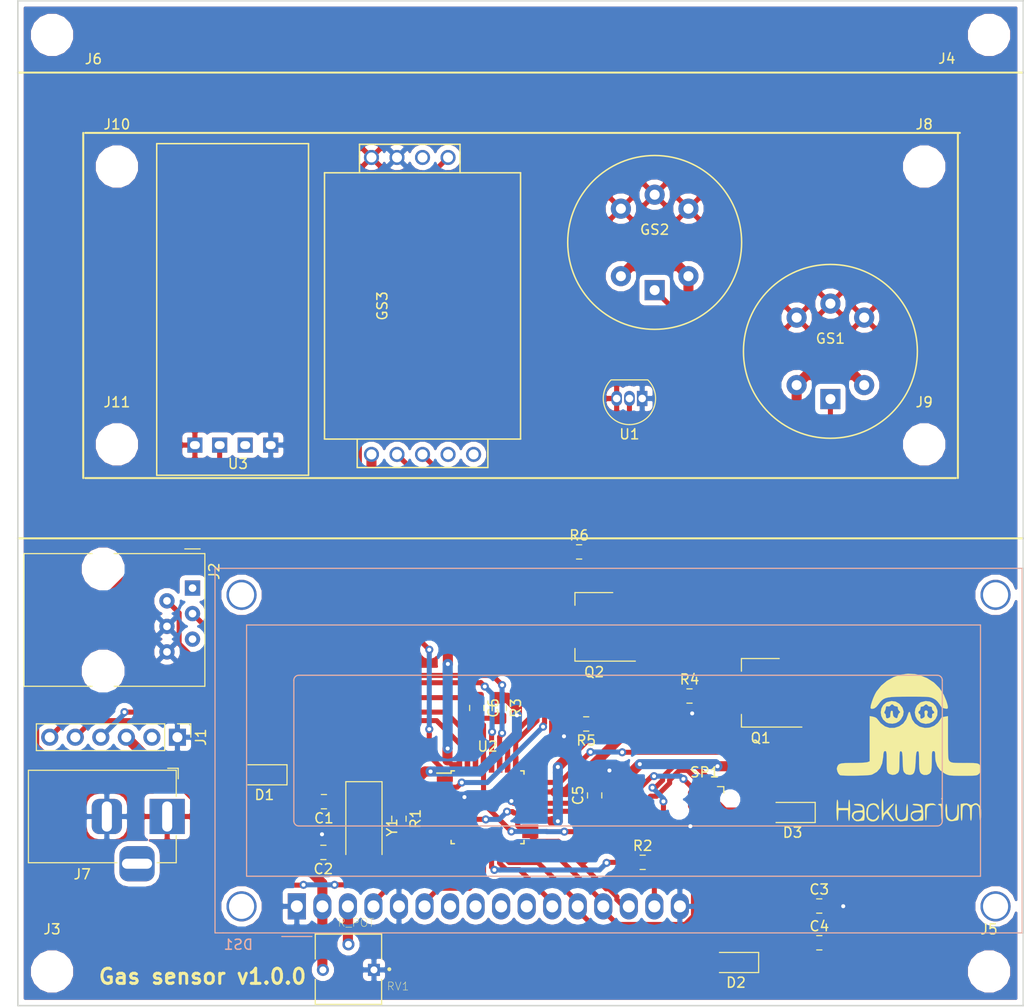
<source format=kicad_pcb>
(kicad_pcb (version 20171130) (host pcbnew "(5.0.1-3-g963ef8bb5)")
  (layers (0 F.Cu signal) (31 B.Cu signal) (34 B.Paste user) (35 F.Paste user) (36 B.SilkS user) (37 F.SilkS user) (38 B.Mask user) (39 F.Mask user) (44 Edge.Cuts user))
  (net 0 "")
  (net 1 GND)
  (net 2 /DTR)
  (net 3 /RESET)
  (net 4 /XTAL1)
  (net 5 /XTAL2)
  (net 6 /VCC-FTDI)
  (net 7 +5V)
  (net 8 /VCC-ICSP)
  (net 9 /LCD1)
  (net 10 /SDA)
  (net 11 /SCL)
  (net 12 /Sensor1)
  (net 13 /Sensor3)
  (net 14 /TEMP)
  (net 15 /RX)
  (net 16 /TX)
  (net 17 /TX_MH-Z19)
  (net 18 VCC)
  (net 19 /PWM_MH-Z19)
  (net 20 /RX_MH-Z19)
  (net 21 /HUM)
  (net 22 "Net-(GS1-Pad6)")
  (net 23 /Sensor2)
  (net 24 /Sensor1_ON)
  (net 25 /Sensor2_ON)
  (net 26 /LCD_E)
  (net 27 /LCD_RS)
  (net 28 "Net-(DS1-Pad15)")
  (net 29 /LCD_LED)
  (net 30 "Net-(GS2-Pad6)")
  (net 31 /LCD2_MOSI)
  (net 32 /LCD4_SCK)
  (net 33 /LCD3_MISO)
  (net 34 "Net-(DS1-Pad3)")
  (module footprints:DHT22_HOR (layer F.Cu) (at 72.61 94.22)
    (fp_text reference U3 (at -0.72 1.86) (layer F.SilkS))
    (fp_text value DHT22)
    (pad 4 thru_hole rect (at 2.54 0) (size 1.5 1.5) (drill oval 1 0.8) (layers *.Cu *.Mask) (net 1 GND))
    (pad 3 thru_hole rect (at 0 0) (size 1.5 1.5) (drill oval 1 0.8) (layers *.Cu *.Mask))
    (pad 2 thru_hole rect (at -2.54 0) (size 1.5 1.5) (drill oval 1 0.8) (layers *.Cu *.Mask) (net 21 /HUM))
    (pad 1 thru_hole rect (at -5 0) (size 1.5 1.5) (drill oval 1 0.8) (layers *.Cu *.Mask) (net 7 +5V))
  )
  (module footprints:MH-Z19 (layer F.Cu) (at 90.25 80.37 270)
    (fp_text reference GS3 (at 0 4 270) (layer F.SilkS))
    (fp_text value MH-Z19)
    (pad 9 thru_hole circle (at -14.775 -2.54 270) (size 1.5 1.5) (drill 1) (layers *.Cu *.Mask) (net 19 /PWM_MH-Z19))
    (pad 8 thru_hole circle (at -14.775 0 270) (size 1.5 1.5) (drill 1) (layers *.Cu *.Mask))
    (pad 7 thru_hole circle (at -14.775 2.54 270) (size 1.5 1.5) (drill 1) (layers *.Cu *.Mask) (net 1 GND))
    (pad 1 thru_hole circle (at 14.775 5.08 270) (size 1.5 1.5) (drill 1) (layers *.Cu *.Mask) (net 13 /Sensor3))
    (pad 2 thru_hole circle (at 14.775 2.54 270) (size 1.5 1.5) (drill 1) (layers *.Cu *.Mask) (net 17 /TX_MH-Z19))
    (pad 3 thru_hole circle (at 14.775 0 270) (size 1.5 1.5) (drill 1) (layers *.Cu *.Mask) (net 20 /RX_MH-Z19))
    (pad 4 thru_hole circle (at 14.775 -2.54 270) (size 1.5 1.5) (drill 1) (layers *.Cu *.Mask))
    (pad 5 thru_hole circle (at 14.775 -5.08 270) (size 1.5 1.5) (drill 1) (layers *.Cu *.Mask))
    (pad 6 thru_hole circle (at -14.775 5.08 270) (size 1.5 1.5) (drill 1) (layers *.Cu *.Mask) (net 7 +5V))
  )
  (module Package_TO_SOT_THT:TO-92_Inline (layer F.Cu) (at 112.1 89.58 180)
    (fp_text reference U1 (at 1.27 -3.56 180) (layer F.SilkS))
    (fp_text value DS18B20)
    (pad 1 thru_hole rect (at 0 0 180) (size 1.05 1.5) (drill 0.75) (layers *.Cu *.Mask) (net 1 GND))
    (pad 3 thru_hole oval (at 2.54 0 180) (size 1.05 1.5) (drill 0.75) (layers *.Cu *.Mask) (net 7 +5V))
    (pad 2 thru_hole oval (at 1.27 0 180) (size 1.05 1.5) (drill 0.75) (layers *.Cu *.Mask) (net 14 /TEMP))
  )
  (module Capacitor_SMD:C_0805_2012Metric_Pad1.15x1.40mm_HandSolder (layer F.Cu) (at 80.386257 134.754602 180)
    (fp_text reference C2 (at 0 -1.65 180) (layer F.SilkS))
    (fp_text value 18pF)
    (pad 2 smd roundrect (at 1.025 0 180) (size 1.15 1.4) (layers F.Cu F.Paste F.Mask) (roundrect_rratio 0.217391) (net 1 GND))
    (pad 1 smd roundrect (at -1.025 0 180) (size 1.15 1.4) (layers F.Cu F.Paste F.Mask) (roundrect_rratio 0.217391) (net 5 /XTAL2))
  )
  (module Capacitor_SMD:C_0805_2012Metric_Pad1.15x1.40mm_HandSolder (layer F.Cu) (at 129.711839 140.08786)
    (fp_text reference C3 (at 0 -1.65) (layer F.SilkS))
    (fp_text value 10u)
    (pad 2 smd roundrect (at 1.025 0) (size 1.15 1.4) (layers F.Cu F.Paste F.Mask) (roundrect_rratio 0.217391) (net 1 GND))
    (pad 1 smd roundrect (at -1.025 0) (size 1.15 1.4) (layers F.Cu F.Paste F.Mask) (roundrect_rratio 0.217391) (net 18 VCC))
  )
  (module Capacitor_SMD:C_0805_2012Metric_Pad1.15x1.40mm_HandSolder (layer F.Cu) (at 129.716839 143.74786)
    (fp_text reference C4 (at 0 -1.65) (layer F.SilkS))
    (fp_text value 100nF)
    (pad 2 smd roundrect (at 1.025 0) (size 1.15 1.4) (layers F.Cu F.Paste F.Mask) (roundrect_rratio 0.217391) (net 1 GND))
    (pad 1 smd roundrect (at -1.025 0) (size 1.15 1.4) (layers F.Cu F.Paste F.Mask) (roundrect_rratio 0.217391) (net 18 VCC))
  )
  (module Capacitor_SMD:C_0805_2012Metric_Pad1.15x1.40mm_HandSolder (layer F.Cu) (at 95.645609 120.378281 270)
    (fp_text reference C6 (at 0 -1.65 270) (layer F.SilkS))
    (fp_text value 100nF)
    (pad 2 smd roundrect (at 1.025 0 270) (size 1.15 1.4) (layers F.Cu F.Paste F.Mask) (roundrect_rratio 0.217391) (net 3 /RESET))
    (pad 1 smd roundrect (at -1.025 0 270) (size 1.15 1.4) (layers F.Cu F.Paste F.Mask) (roundrect_rratio 0.217391) (net 2 /DTR))
  )
  (module Diode_SMD:D_SOD-123 (layer F.Cu) (at 74.52 127.03 180)
    (fp_text reference D1 (at 0 -2 180) (layer F.SilkS))
    (fp_text value D_Schottky)
    (pad 2 smd rect (at 1.65 0 180) (size 0.9 1.2) (layers F.Cu F.Paste F.Mask) (net 6 /VCC-FTDI))
    (pad 1 smd rect (at -1.65 0 180) (size 0.9 1.2) (layers F.Cu F.Paste F.Mask) (net 18 VCC))
  )
  (module Diode_SMD:D_SOD-123 (layer F.Cu) (at 121.43 145.71 180)
    (fp_text reference D2 (at 0 -2 180) (layer F.SilkS))
    (fp_text value D_Schottky)
    (pad 2 smd rect (at 1.65 0 180) (size 0.9 1.2) (layers F.Cu F.Paste F.Mask) (net 7 +5V))
    (pad 1 smd rect (at -1.65 0 180) (size 0.9 1.2) (layers F.Cu F.Paste F.Mask) (net 18 VCC))
  )
  (module Diode_SMD:D_SOD-123 (layer F.Cu) (at 127.058674 130.780878 180)
    (fp_text reference D3 (at 0 -2 180) (layer F.SilkS))
    (fp_text value D_Schottky)
    (pad 2 smd rect (at 1.65 0 180) (size 0.9 1.2) (layers F.Cu F.Paste F.Mask) (net 8 /VCC-ICSP))
    (pad 1 smd rect (at -1.65 0 180) (size 0.9 1.2) (layers F.Cu F.Paste F.Mask) (net 18 VCC))
  )
  (module Display:WC1602A (layer B.Cu) (at 77.747934 140.122755)
    (fp_text reference DS1 (at -5.82 3.81) (layer B.SilkS) (effects (justify mirror)))
    (fp_text value WC1602A)
    (pad "" thru_hole circle (at 69.5 0) (size 3 3) (drill 2.5) (layers *.Cu *.Mask))
    (pad "" thru_hole circle (at 69.49948 -31.0007) (size 3 3) (drill 2.5) (layers *.Cu *.Mask))
    (pad "" thru_hole circle (at -5.4991 -31.0007) (size 3 3) (drill 2.5) (layers *.Cu *.Mask))
    (pad "" thru_hole circle (at -5.4991 0) (size 3 3) (drill 2.5) (layers *.Cu *.Mask))
    (pad 16 thru_hole oval (at 38.1 0) (size 1.8 2.6) (drill 1.2) (layers *.Cu *.Mask) (net 1 GND))
    (pad 15 thru_hole oval (at 35.56 0) (size 1.8 2.6) (drill 1.2) (layers *.Cu *.Mask) (net 28 "Net-(DS1-Pad15)"))
    (pad 14 thru_hole oval (at 33.02 0) (size 1.8 2.6) (drill 1.2) (layers *.Cu *.Mask) (net 32 /LCD4_SCK))
    (pad 13 thru_hole oval (at 30.48 0) (size 1.8 2.6) (drill 1.2) (layers *.Cu *.Mask) (net 33 /LCD3_MISO))
    (pad 12 thru_hole oval (at 27.94 0) (size 1.8 2.6) (drill 1.2) (layers *.Cu *.Mask) (net 31 /LCD2_MOSI))
    (pad 11 thru_hole oval (at 25.4 0) (size 1.8 2.6) (drill 1.2) (layers *.Cu *.Mask) (net 9 /LCD1))
    (pad 10 thru_hole oval (at 22.86 0) (size 1.8 2.6) (drill 1.2) (layers *.Cu *.Mask))
    (pad 9 thru_hole oval (at 20.32 0) (size 1.8 2.6) (drill 1.2) (layers *.Cu *.Mask))
    (pad 8 thru_hole oval (at 17.78 0) (size 1.8 2.6) (drill 1.2) (layers *.Cu *.Mask))
    (pad 7 thru_hole oval (at 15.24 0) (size 1.8 2.6) (drill 1.2) (layers *.Cu *.Mask))
    (pad 6 thru_hole oval (at 12.7 0) (size 1.8 2.6) (drill 1.2) (layers *.Cu *.Mask) (net 26 /LCD_E))
    (pad 5 thru_hole oval (at 10.16 0) (size 1.8 2.6) (drill 1.2) (layers *.Cu *.Mask) (net 1 GND))
    (pad 4 thru_hole oval (at 7.62 0) (size 1.8 2.6) (drill 1.2) (layers *.Cu *.Mask) (net 27 /LCD_RS))
    (pad 3 thru_hole oval (at 5.08 0) (size 1.8 2.6) (drill 1.2) (layers *.Cu *.Mask) (net 34 "Net-(DS1-Pad3)"))
    (pad 2 thru_hole oval (at 2.54 0) (size 1.8 2.6) (drill 1.2) (layers *.Cu *.Mask) (net 18 VCC))
    (pad 1 thru_hole rect (at 0 0) (size 1.8 2.6) (drill 1.2) (layers *.Cu *.Mask) (net 1 GND))
  )
  (module Resistor_SMD:R_0805_2012Metric_Pad1.15x1.40mm_HandSolder (layer F.Cu) (at 87.901257 131.399602 270)
    (fp_text reference R1 (at 0 -1.65 270) (layer F.SilkS))
    (fp_text value 1M)
    (pad 2 smd roundrect (at 1.025 0 270) (size 1.15 1.4) (layers F.Cu F.Paste F.Mask) (roundrect_rratio 0.217391) (net 5 /XTAL2))
    (pad 1 smd roundrect (at -1.025 0 270) (size 1.15 1.4) (layers F.Cu F.Paste F.Mask) (roundrect_rratio 0.217391) (net 4 /XTAL1))
  )
  (module Resistor_SMD:R_0805_2012Metric_Pad1.15x1.40mm_HandSolder (layer F.Cu) (at 112.147934 135.742755)
    (fp_text reference R2 (at 0 -1.65) (layer F.SilkS))
    (fp_text value 4,7)
    (pad 2 smd roundrect (at 1.025 0) (size 1.15 1.4) (layers F.Cu F.Paste F.Mask) (roundrect_rratio 0.217391) (net 28 "Net-(DS1-Pad15)"))
    (pad 1 smd roundrect (at -1.025 0) (size 1.15 1.4) (layers F.Cu F.Paste F.Mask) (roundrect_rratio 0.217391) (net 29 /LCD_LED))
  )
  (module Resistor_SMD:R_0805_2012Metric_Pad1.15x1.40mm_HandSolder (layer F.Cu) (at 97.885609 120.388281 270)
    (fp_text reference R3 (at 0 -1.65 270) (layer F.SilkS))
    (fp_text value 10k)
    (pad 2 smd roundrect (at 1.025 0 270) (size 1.15 1.4) (layers F.Cu F.Paste F.Mask) (roundrect_rratio 0.217391) (net 3 /RESET))
    (pad 1 smd roundrect (at -1.025 0 270) (size 1.15 1.4) (layers F.Cu F.Paste F.Mask) (roundrect_rratio 0.217391) (net 18 VCC))
  )
  (module Resistor_SMD:R_0805_2012Metric_Pad1.15x1.40mm_HandSolder (layer F.Cu) (at 116.805 119.19)
    (fp_text reference R4 (at 0 -1.65) (layer F.SilkS))
    (fp_text value 4.7k)
    (pad 2 smd roundrect (at 1.025 0) (size 1.15 1.4) (layers F.Cu F.Paste F.Mask) (roundrect_rratio 0.217391) (net 1 GND))
    (pad 1 smd roundrect (at -1.025 0) (size 1.15 1.4) (layers F.Cu F.Paste F.Mask) (roundrect_rratio 0.217391) (net 12 /Sensor1))
  )
  (module Package_TO_SOT_SMD:SOT-223-3_TabPin2 (layer F.Cu) (at 123.88 118.87 180)
    (fp_text reference Q1 (at 0 -4.5 180) (layer F.SilkS))
    (fp_text value BSP75)
    (pad 1 smd rect (at -3.15 -2.3 180) (size 2 1.5) (layers F.Cu F.Paste F.Mask) (net 24 /Sensor1_ON))
    (pad 3 smd rect (at -3.15 2.3 180) (size 2 1.5) (layers F.Cu F.Paste F.Mask) (net 22 "Net-(GS1-Pad6)"))
    (pad 2 smd rect (at -3.15 0 180) (size 2 1.5) (layers F.Cu F.Paste F.Mask) (net 1 GND))
    (pad 2 smd rect (at 3.15 0 180) (size 2 3.8) (layers F.Cu F.Paste F.Mask) (net 1 GND))
  )
  (module Package_TO_SOT_SMD:SOT-223-3_TabPin2 (layer F.Cu) (at 107.32 112.31 180)
    (fp_text reference Q2 (at 0 -4.5 180) (layer F.SilkS))
    (fp_text value BSP75)
    (pad 1 smd rect (at -3.15 -2.3 180) (size 2 1.5) (layers F.Cu F.Paste F.Mask) (net 25 /Sensor2_ON))
    (pad 3 smd rect (at -3.15 2.3 180) (size 2 1.5) (layers F.Cu F.Paste F.Mask) (net 30 "Net-(GS2-Pad6)"))
    (pad 2 smd rect (at -3.15 0 180) (size 2 1.5) (layers F.Cu F.Paste F.Mask) (net 1 GND))
    (pad 2 smd rect (at 3.15 0 180) (size 2 3.8) (layers F.Cu F.Paste F.Mask) (net 1 GND))
  )
  (module Capacitor_SMD:C_0805_2012Metric_Pad1.15x1.40mm_HandSolder (layer F.Cu) (at 80.441257 129.704602 180)
    (fp_text reference C1 (at 0 -1.65 180) (layer F.SilkS))
    (fp_text value 18pF)
    (pad 2 smd roundrect (at 1.025 0 180) (size 1.15 1.4) (layers F.Cu F.Paste F.Mask) (roundrect_rratio 0.217391) (net 1 GND))
    (pad 1 smd roundrect (at -1.025 0 180) (size 1.15 1.4) (layers F.Cu F.Paste F.Mask) (roundrect_rratio 0.217391) (net 4 /XTAL1))
  )
  (module MountingHole:MountingHole_3.2mm_M3 (layer F.Cu) (at 146.6 53.4)
    (fp_text reference J4 (at -4.2 2.36) (layer F.SilkS))
    (fp_text value hole)
    (pad 1 np_thru_hole circle (at 0 0) (size 3.2 3.2) (drill 3.2) (layers *.Cu *.Mask))
  )
  (module MountingHole:MountingHole_3.2mm_M3 (layer F.Cu) (at 146.6 146.6)
    (fp_text reference J5 (at 0 -4.2) (layer F.SilkS))
    (fp_text value hole)
    (pad 1 np_thru_hole circle (at 0 0) (size 3.2 3.2) (drill 3.2) (layers *.Cu *.Mask))
  )
  (module MountingHole:MountingHole_3.2mm_M3 (layer F.Cu) (at 53.4 53.4)
    (fp_text reference J6 (at 4.11 2.4) (layer F.SilkS))
    (fp_text value hole)
    (pad 1 np_thru_hole circle (at 0 0) (size 3.2 3.2) (drill 3.2) (layers *.Cu *.Mask))
  )
  (module Crystal:Crystal_SMD_5032-2Pin_5.0x3.2mm_HandSoldering (layer F.Cu) (at 84.421257 132.264602 270)
    (fp_text reference Y1 (at 0 -2.8 270) (layer F.SilkS))
    (fp_text value 8MHz)
    (pad 2 smd rect (at 2.6 0 270) (size 3.5 2.4) (layers F.Cu F.Paste F.Mask) (net 5 /XTAL2))
    (pad 1 smd rect (at -2.6 0 270) (size 3.5 2.4) (layers F.Cu F.Paste F.Mask) (net 4 /XTAL1))
  )
  (module Capacitor_SMD:C_0805_2012Metric_Pad1.15x1.40mm_HandSolder (layer F.Cu) (at 107.37 129.08 90)
    (fp_text reference C5 (at 0 -1.65 90) (layer F.SilkS))
    (fp_text value 100nF)
    (pad 2 smd roundrect (at 1.025 0 90) (size 1.15 1.4) (layers F.Cu F.Paste F.Mask) (roundrect_rratio 0.217391) (net 1 GND))
    (pad 1 smd roundrect (at -1.025 0 90) (size 1.15 1.4) (layers F.Cu F.Paste F.Mask) (roundrect_rratio 0.217391) (net 18 VCC))
  )
  (module Connector_PinHeader_2.54mm:PinHeader_1x06_P2.54mm_Vertical (layer F.Cu) (at 65.87 123.29 270)
    (fp_text reference J1 (at 0 -2.33 270) (layer F.SilkS))
    (fp_text value "Conn FT232RL")
    (pad 6 thru_hole oval (at 0 12.7 270) (size 1.7 1.7) (drill 1) (layers *.Cu *.Mask) (net 2 /DTR))
    (pad 5 thru_hole oval (at 0 10.16 270) (size 1.7 1.7) (drill 1) (layers *.Cu *.Mask) (net 16 /TX))
    (pad 4 thru_hole oval (at 0 7.62 270) (size 1.7 1.7) (drill 1) (layers *.Cu *.Mask) (net 15 /RX))
    (pad 3 thru_hole oval (at 0 5.08 270) (size 1.7 1.7) (drill 1) (layers *.Cu *.Mask) (net 6 /VCC-FTDI))
    (pad 2 thru_hole oval (at 0 2.54 270) (size 1.7 1.7) (drill 1) (layers *.Cu *.Mask))
    (pad 1 thru_hole rect (at 0 0 270) (size 1.7 1.7) (drill 1) (layers *.Cu *.Mask) (net 1 GND))
  )
  (module Connector_RJ:RJ12_Amphenol_54601 (layer F.Cu) (at 67.37 108.45 270)
    (fp_text reference J2 (at -1.67 -2.16 270) (layer F.SilkS))
    (fp_text value RJ12)
    (pad 1 thru_hole rect (at 0 0 270) (size 1.52 1.52) (drill 0.76) (layers *.Cu *.Mask))
    (pad "" np_thru_hole circle (at -1.91 8.89 270) (size 3.25 3.25) (drill 3.25) (layers *.Cu *.Mask))
    (pad 2 thru_hole circle (at 1.27 2.54 270) (size 1.52 1.52) (drill 0.76) (layers *.Cu *.Mask) (net 11 /SCL))
    (pad 3 thru_hole circle (at 2.54 0 270) (size 1.52 1.52) (drill 0.76) (layers *.Cu *.Mask) (net 10 /SDA))
    (pad 4 thru_hole circle (at 3.81 2.54 270) (size 1.52 1.52) (drill 0.76) (layers *.Cu *.Mask) (net 1 GND))
    (pad 5 thru_hole circle (at 5.08 0 270) (size 1.52 1.52) (drill 0.76) (layers *.Cu *.Mask))
    (pad 6 thru_hole circle (at 6.35 2.54 270) (size 1.52 1.52) (drill 0.76) (layers *.Cu *.Mask) (net 1 GND))
    (pad "" np_thru_hole circle (at 8.25 8.89 270) (size 3.25 3.25) (drill 3.25) (layers *.Cu *.Mask))
  )
  (module MountingHole:MountingHole_3.2mm_M3 (layer F.Cu) (at 53.4 146.6)
    (fp_text reference J3 (at 0 -4.2) (layer F.SilkS))
    (fp_text value hole)
    (pad 1 np_thru_hole circle (at 0 0) (size 3.2 3.2) (drill 3.2) (layers *.Cu *.Mask))
  )
  (module Connector_BarrelJack:BarrelJack_Horizontal (layer F.Cu) (at 64.85 131.18)
    (fp_text reference J7 (at -8.45 5.75) (layer F.SilkS))
    (fp_text value 5V_Power_source)
    (pad 3 thru_hole roundrect (at -3 4.7) (size 3.5 3.5) (drill oval 3 1) (layers *.Cu *.Mask))
    (pad 2 thru_hole roundrect (at -6 0) (size 3 3.5) (drill oval 1 3) (layers *.Cu *.Mask) (net 1 GND))
    (pad 1 thru_hole rect (at 0 0) (size 3.5 3.5) (drill oval 1 3) (layers *.Cu *.Mask) (net 7 +5V))
  )
  (module Resistor_SMD:R_0805_2012Metric_Pad1.15x1.40mm_HandSolder (layer F.Cu) (at 106.53 121.97 180)
    (fp_text reference R5 (at 0 -1.65 180) (layer F.SilkS))
    (fp_text value 10k)
    (pad 2 smd roundrect (at 1.025 0 180) (size 1.15 1.4) (layers F.Cu F.Paste F.Mask) (roundrect_rratio 0.217391) (net 1 GND))
    (pad 1 smd roundrect (at -1.025 0 180) (size 1.15 1.4) (layers F.Cu F.Paste F.Mask) (roundrect_rratio 0.217391) (net 23 /Sensor2))
  )
  (module Package_QFP:TQFP-32_7x7mm_P0.8mm (layer F.Cu) (at 96.717934 130.262755)
    (fp_text reference U2 (at 0 -6.05) (layer F.SilkS))
    (fp_text value ATmega328P-AU)
    (pad 32 smd rect (at -2.8 -4.25 90) (size 1.6 0.55) (layers F.Cu F.Paste F.Mask) (net 13 /Sensor3))
    (pad 31 smd rect (at -2 -4.25 90) (size 1.6 0.55) (layers F.Cu F.Paste F.Mask) (net 16 /TX))
    (pad 30 smd rect (at -1.2 -4.25 90) (size 1.6 0.55) (layers F.Cu F.Paste F.Mask) (net 15 /RX))
    (pad 29 smd rect (at -0.4 -4.25 90) (size 1.6 0.55) (layers F.Cu F.Paste F.Mask) (net 3 /RESET))
    (pad 28 smd rect (at 0.4 -4.25 90) (size 1.6 0.55) (layers F.Cu F.Paste F.Mask) (net 11 /SCL))
    (pad 27 smd rect (at 1.2 -4.25 90) (size 1.6 0.55) (layers F.Cu F.Paste F.Mask) (net 10 /SDA))
    (pad 26 smd rect (at 2 -4.25 90) (size 1.6 0.55) (layers F.Cu F.Paste F.Mask) (net 17 /TX_MH-Z19))
    (pad 25 smd rect (at 2.8 -4.25 90) (size 1.6 0.55) (layers F.Cu F.Paste F.Mask) (net 20 /RX_MH-Z19))
    (pad 24 smd rect (at 4.25 -2.8) (size 1.6 0.55) (layers F.Cu F.Paste F.Mask) (net 25 /Sensor2_ON))
    (pad 23 smd rect (at 4.25 -2) (size 1.6 0.55) (layers F.Cu F.Paste F.Mask) (net 24 /Sensor1_ON))
    (pad 22 smd rect (at 4.25 -1.2) (size 1.6 0.55) (layers F.Cu F.Paste F.Mask) (net 12 /Sensor1))
    (pad 21 smd rect (at 4.25 -0.4) (size 1.6 0.55) (layers F.Cu F.Paste F.Mask) (net 1 GND))
    (pad 20 smd rect (at 4.25 0.4) (size 1.6 0.55) (layers F.Cu F.Paste F.Mask) (net 18 VCC))
    (pad 19 smd rect (at 4.25 1.2) (size 1.6 0.55) (layers F.Cu F.Paste F.Mask) (net 23 /Sensor2))
    (pad 18 smd rect (at 4.25 2) (size 1.6 0.55) (layers F.Cu F.Paste F.Mask) (net 18 VCC))
    (pad 17 smd rect (at 4.25 2.8) (size 1.6 0.55) (layers F.Cu F.Paste F.Mask) (net 32 /LCD4_SCK))
    (pad 16 smd rect (at 2.8 4.25 90) (size 1.6 0.55) (layers F.Cu F.Paste F.Mask) (net 33 /LCD3_MISO))
    (pad 15 smd rect (at 2 4.25 90) (size 1.6 0.55) (layers F.Cu F.Paste F.Mask) (net 31 /LCD2_MOSI))
    (pad 14 smd rect (at 1.2 4.25 90) (size 1.6 0.55) (layers F.Cu F.Paste F.Mask) (net 9 /LCD1))
    (pad 13 smd rect (at 0.4 4.25 90) (size 1.6 0.55) (layers F.Cu F.Paste F.Mask) (net 29 /LCD_LED))
    (pad 12 smd rect (at -0.4 4.25 90) (size 1.6 0.55) (layers F.Cu F.Paste F.Mask) (net 26 /LCD_E))
    (pad 11 smd rect (at -1.2 4.25 90) (size 1.6 0.55) (layers F.Cu F.Paste F.Mask))
    (pad 10 smd rect (at -2 4.25 90) (size 1.6 0.55) (layers F.Cu F.Paste F.Mask) (net 27 /LCD_RS))
    (pad 9 smd rect (at -2.8 4.25 90) (size 1.6 0.55) (layers F.Cu F.Paste F.Mask) (net 21 /HUM))
    (pad 8 smd rect (at -4.25 2.8) (size 1.6 0.55) (layers F.Cu F.Paste F.Mask) (net 5 /XTAL2))
    (pad 7 smd rect (at -4.25 2) (size 1.6 0.55) (layers F.Cu F.Paste F.Mask) (net 4 /XTAL1))
    (pad 6 smd rect (at -4.25 1.2) (size 1.6 0.55) (layers F.Cu F.Paste F.Mask) (net 18 VCC))
    (pad 5 smd rect (at -4.25 0.4) (size 1.6 0.55) (layers F.Cu F.Paste F.Mask) (net 1 GND))
    (pad 4 smd rect (at -4.25 -0.4) (size 1.6 0.55) (layers F.Cu F.Paste F.Mask) (net 18 VCC))
    (pad 3 smd rect (at -4.25 -1.2) (size 1.6 0.55) (layers F.Cu F.Paste F.Mask) (net 1 GND))
    (pad 2 smd rect (at -4.25 -2) (size 1.6 0.55) (layers F.Cu F.Paste F.Mask) (net 14 /TEMP))
    (pad 1 smd rect (at -4.25 -2.8) (size 1.6 0.55) (layers F.Cu F.Paste F.Mask) (net 19 /PWM_MH-Z19))
  )
  (module MountingHole:MountingHole_3.2mm_M3 (layer F.Cu) (at 140.15 66.5)
    (fp_text reference J8 (at 0 -4.2) (layer F.SilkS))
    (fp_text value hole)
    (pad 1 np_thru_hole circle (at 0 0) (size 3.2 3.2) (drill 3.2) (layers *.Cu *.Mask))
  )
  (module MountingHole:MountingHole_3.2mm_M3 (layer F.Cu) (at 140.15 94.15)
    (fp_text reference J9 (at 0 -4.2) (layer F.SilkS))
    (fp_text value hole)
    (pad 1 np_thru_hole circle (at 0 0) (size 3.2 3.2) (drill 3.2) (layers *.Cu *.Mask))
  )
  (module MountingHole:MountingHole_3.2mm_M3 (layer F.Cu) (at 59.85 66.5)
    (fp_text reference J10 (at 0 -4.2) (layer F.SilkS))
    (fp_text value hole)
    (pad 1 np_thru_hole circle (at 0 0) (size 3.2 3.2) (drill 3.2) (layers *.Cu *.Mask))
  )
  (module MountingHole:MountingHole_3.2mm_M3 (layer F.Cu) (at 59.85 94.15)
    (fp_text reference J11 (at 0 -4.2) (layer F.SilkS))
    (fp_text value hole)
    (pad 1 np_thru_hole circle (at 0 0) (size 3.2 3.2) (drill 3.2) (layers *.Cu *.Mask))
  )
  (module footprints:MQ-4 (layer F.Cu) (at 130.82 84.89 180)
    (fp_text reference GS1 (at 0 1.27 180) (layer F.SilkS))
    (fp_text value MQ-4)
    (pad 1 thru_hole circle (at -3.35875 -3.35875 180) (size 2 2) (drill 1) (layers *.Cu *.Mask) (net 12 /Sensor1))
    (pad 6 thru_hole rect (at 0 -4.75 180) (size 2 2) (drill 1) (layers *.Cu *.Mask) (net 22 "Net-(GS1-Pad6)"))
    (pad 2 thru_hole circle (at 3.35875 -3.35875 180) (size 2 2) (drill 1) (layers *.Cu *.Mask) (net 12 /Sensor1))
    (pad 4 thru_hole circle (at 3.35875 3.35875 180) (size 2 2) (drill 1) (layers *.Cu *.Mask) (net 7 +5V))
    (pad 5 thru_hole circle (at 0 4.75 180) (size 2 2) (drill 1) (layers *.Cu *.Mask) (net 7 +5V))
    (pad 3 thru_hole circle (at -3.35875 3.35875 180) (size 2 2) (drill 1) (layers *.Cu *.Mask) (net 7 +5V))
  )
  (module footprints:MQ-8 (layer F.Cu) (at 113.34 74.05 180)
    (fp_text reference GS2 (at 0 1.27 180) (layer F.SilkS))
    (fp_text value MQ-8)
    (pad 1 thru_hole circle (at -3.35875 -3.35875 180) (size 2 2) (drill 1) (layers *.Cu *.Mask) (net 23 /Sensor2))
    (pad 6 thru_hole rect (at 0 -4.75 180) (size 2 2) (drill 1) (layers *.Cu *.Mask) (net 30 "Net-(GS2-Pad6)"))
    (pad 2 thru_hole circle (at 3.35875 -3.35875 180) (size 2 2) (drill 1) (layers *.Cu *.Mask) (net 23 /Sensor2))
    (pad 4 thru_hole circle (at 3.35875 3.35875 180) (size 2 2) (drill 1) (layers *.Cu *.Mask) (net 7 +5V))
    (pad 5 thru_hole circle (at 0 4.75 180) (size 2 2) (drill 1) (layers *.Cu *.Mask) (net 7 +5V))
    (pad 3 thru_hole circle (at -3.35875 3.35875 180) (size 2 2) (drill 1) (layers *.Cu *.Mask) (net 7 +5V))
  )
  (module Connector:Tag-Connect_TC2030-IDC-NL_2x03_P1.27mm_Vertical (layer F.Cu) (at 118.31 129.48 180)
    (fp_text reference SP1 (at 0 2.7 180) (layer F.SilkS))
    (fp_text value ICSP)
    (pad "" np_thru_hole circle (at 2.54 -1.016 180) (size 0.9906 0.9906) (drill 0.9906) (layers *.Cu *.Mask))
    (pad "" np_thru_hole circle (at 2.54 1.016 180) (size 0.9906 0.9906) (drill 0.9906) (layers *.Cu *.Mask))
    (pad "" np_thru_hole circle (at -2.54 0 180) (size 0.9906 0.9906) (drill 0.9906) (layers *.Cu *.Mask))
    (pad 1 connect circle (at -1.27 0.635 180) (size 0.7874 0.7874) (layers F.Cu F.Mask) (net 33 /LCD3_MISO))
    (pad 2 connect circle (at -1.27 -0.635 180) (size 0.7874 0.7874) (layers F.Cu F.Mask) (net 8 /VCC-ICSP))
    (pad 3 connect circle (at 0 0.635 180) (size 0.7874 0.7874) (layers F.Cu F.Mask) (net 32 /LCD4_SCK))
    (pad 4 connect circle (at 0 -0.635 180) (size 0.7874 0.7874) (layers F.Cu F.Mask) (net 31 /LCD2_MOSI))
    (pad 5 connect circle (at 1.27 0.635 180) (size 0.7874 0.7874) (layers F.Cu F.Mask) (net 3 /RESET))
    (pad 6 connect circle (at 1.27 -0.635 180) (size 0.7874 0.7874) (layers F.Cu F.Mask) (net 1 GND))
  )
  (module footprints:hackuarium (layer F.Cu) (at 138.62 124.33)
    (fp_text reference G1 hide)
    (fp_text value LOGO hide)
  )
  (module Resistor_SMD:R_0805_2012Metric_Pad1.15x1.40mm_HandSolder (layer F.Cu) (at 105.825 104.85)
    (fp_text reference R6 (at 0 -1.65) (layer F.SilkS))
    (fp_text value 4,7k)
    (pad 1 smd roundrect (at -1.025 0) (size 1.15 1.4) (layers F.Cu F.Paste F.Mask) (roundrect_rratio 0.217391) (net 7 +5V))
    (pad 2 smd roundrect (at 1.025 0) (size 1.15 1.4) (layers F.Cu F.Paste F.Mask) (roundrect_rratio 0.217391) (net 14 /TEMP))
  )
  (module TRIM_3362R-1-222:TRIM_3362R-1-222 (layer F.Cu) (at 82.88 146.38 180)
    (fp_text reference RV1 (at -4.93 -1.7 180) (layer F.SilkS) (effects (font (size 0.8 0.8) (thickness 0.05))))
    (fp_text value R_POT (at -0.75282 4.62667 180) (layer F.SilkS) (effects (font (size 0.8 0.8) (thickness 0.05))))
    (pad 3 thru_hole circle (at 2.54 -0.065) (size 1.198 1.198) (drill 0.69) (layers *.Cu *.Mask) (net 18 VCC))
    (pad 2 thru_hole circle (at 0 2.475) (size 1.198 1.198) (drill 0.69) (layers *.Cu *.Mask) (net 34 "Net-(DS1-Pad3)"))
    (pad 1 thru_hole rect (at -2.54 -0.065) (size 1.198 1.198) (drill 0.69) (layers *.Cu *.Mask) (net 1 GND))
  )
  (gr_line (start 50 50) (end 150 50) (layer Edge.Cuts) (width 0.15))
  (gr_line (start 50 150) (end 150 150) (layer Edge.Cuts) (width 0.15))
  (gr_line (start 150 50) (end 150 150) (layer Edge.Cuts) (width 0.15))
  (gr_line (start 50 50) (end 50 150) (layer Edge.Cuts) (width 0.15))
  (gr_text "Gas sensor v1.0.0" (at 68.364 147.104) (layer F.SilkS) (effects (font (size 1.5 1.5) (thickness 0.3))))
  (gr_line (start 56.7 63.15) (end 143.7 63.15) (layer F.SilkS) (width 0.2))
  (gr_line (start 143.5 63.15) (end 143.5 97.5) (layer F.SilkS) (width 0.2))
  (gr_line (start 56.7 97.5) (end 143.3 97.5) (layer F.SilkS) (width 0.2))
  (gr_line (start 56.5 63.15) (end 56.5 97.5) (layer F.SilkS) (width 0.2))
  (gr_line (start 150 103.5) (end 50 103.5) (layer F.SilkS) (width 0.2))
  (gr_line (start 50 57.15) (end 150 57.15) (layer F.SilkS) (width 0.2))
  (segment (start 93.552936 130.662755) (end 92.467934 130.662755) (width 0.5) (layer F.Cu) (net 1))
  (segment (start 93.717935 130.497756) (end 93.552936 130.662755) (width 0.5) (layer F.Cu) (net 1))
  (segment (start 93.717935 129.227754) (end 93.717935 130.497756) (width 0.5) (layer F.Cu) (net 1))
  (segment (start 93.552936 129.062755) (end 93.717935 129.227754) (width 0.5) (layer F.Cu) (net 1))
  (segment (start 92.467934 129.062755) (end 93.552936 129.062755) (width 0.5) (layer F.Cu) (net 1))
  (segment (start 79.416257 134.699602) (end 79.361257 134.754602) (width 0.5) (layer F.Cu) (net 1))
  (segment (start 105.562245 129.862755) (end 107.37 128.055) (width 0.5) (layer F.Cu) (net 1))
  (segment (start 100.967934 129.862755) (end 105.562245 129.862755) (width 0.5) (layer F.Cu) (net 1))
  (segment (start 130.741839 140.09286) (end 130.736839 140.08786) (width 1) (layer F.Cu) (net 1))
  (segment (start 130.741839 143.74786) (end 130.741839 140.09286) (width 1) (layer F.Cu) (net 1))
  (segment (start 122.23 118.87) (end 127.03 118.87) (width 0.5) (layer F.Cu) (net 1))
  (segment (start 120.73 118.87) (end 122.23 118.87) (width 0.5) (layer F.Cu) (net 1))
  (segment (start 120.41 119.19) (end 120.73 118.87) (width 0.5) (layer F.Cu) (net 1))
  (segment (start 117.83 119.19) (end 120.41 119.19) (width 0.5) (layer F.Cu) (net 1))
  (via (at 104.32 123.2) (size 0.8) (drill 0.4) (layers F.Cu B.Cu) (net 1))
  (segment (start 105.505 122.015) (end 104.32 123.2) (width 0.5) (layer F.Cu) (net 1))
  (segment (start 105.505 121.97) (end 105.505 122.015) (width 0.5) (layer F.Cu) (net 1))
  (via (at 108.84 126.6) (size 0.8) (drill 0.4) (layers F.Cu B.Cu) (net 1))
  (segment (start 107.385 128.055) (end 108.84 126.6) (width 0.5) (layer F.Cu) (net 1))
  (segment (start 107.37 128.055) (end 107.385 128.055) (width 0.5) (layer F.Cu) (net 1))
  (via (at 80.25 132.95) (size 0.8) (drill 0.4) (layers F.Cu B.Cu) (net 1))
  (segment (start 79.416257 132.95) (end 80.25 132.95) (width 0.5) (layer F.Cu) (net 1))
  (segment (start 79.416257 129.704602) (end 79.416257 132.95) (width 0.5) (layer F.Cu) (net 1))
  (segment (start 79.416257 132.95) (end 79.416257 134.699602) (width 0.5) (layer F.Cu) (net 1))
  (segment (start 117.83 120.16) (end 117.07 120.92) (width 0.5) (layer F.Cu) (net 1))
  (via (at 117.07 120.92) (size 0.8) (drill 0.4) (layers F.Cu B.Cu) (net 1))
  (segment (start 117.83 119.19) (end 117.83 120.16) (width 0.5) (layer F.Cu) (net 1))
  (segment (start 110.72 112.31) (end 110.47 112.31) (width 0.5) (layer F.Cu) (net 1))
  (segment (start 111.97 113.56) (end 110.72 112.31) (width 0.5) (layer F.Cu) (net 1))
  (segment (start 111.97 115.505) (end 111.97 113.56) (width 0.5) (layer F.Cu) (net 1))
  (segment (start 105.505 121.97) (end 111.97 115.505) (width 0.5) (layer F.Cu) (net 1))
  (segment (start 104.17 112.31) (end 110.47 112.31) (width 0.5) (layer F.Cu) (net 1))
  (via (at 116.89 132.15) (size 0.8) (drill 0.4) (layers F.Cu B.Cu) (net 1))
  (segment (start 117.04 132) (end 116.89 132.15) (width 0.5) (layer F.Cu) (net 1))
  (segment (start 117.04 130.115) (end 117.04 132) (width 0.5) (layer F.Cu) (net 1))
  (segment (start 132.074635 140.08786) (end 132.095513 140.108738) (width 0.5) (layer F.Cu) (net 1))
  (via (at 132.095513 140.108738) (size 0.8) (drill 0.4) (layers F.Cu B.Cu) (net 1))
  (segment (start 130.736839 140.08786) (end 132.074635 140.08786) (width 0.5) (layer F.Cu) (net 1))
  (segment (start 94.397754 129.227754) (end 94.42 129.25) (width 0.5) (layer F.Cu) (net 1))
  (via (at 94.42 129.25) (size 0.8) (drill 0.4) (layers F.Cu B.Cu) (net 1))
  (segment (start 93.717935 129.227754) (end 94.397754 129.227754) (width 0.5) (layer F.Cu) (net 1))
  (segment (start 99.312755 129.862755) (end 99.09 129.64) (width 0.5) (layer F.Cu) (net 1))
  (via (at 99.09 129.64) (size 0.8) (drill 0.4) (layers F.Cu B.Cu) (net 1))
  (segment (start 100.967934 129.862755) (end 99.312755 129.862755) (width 0.5) (layer F.Cu) (net 1))
  (segment (start 87.907934 139.722755) (end 87.907934 140.122755) (width 0.5) (layer F.Cu) (net 1))
  (segment (start 87.907934 140.122755) (end 87.907934 139.742066) (width 0.5) (layer F.Cu) (net 1))
  (segment (start 57.106719 119.353281) (end 53.17 123.29) (width 0.5) (layer F.Cu) (net 2))
  (segment (start 95.645609 119.353281) (end 57.106719 119.353281) (width 0.5) (layer F.Cu) (net 2))
  (segment (start 96.317934 122.075606) (end 95.645609 121.403281) (width 0.5) (layer F.Cu) (net 3))
  (segment (start 96.317934 126.012755) (end 96.317934 122.075606) (width 0.5) (layer F.Cu) (net 3))
  (segment (start 97.875609 121.403281) (end 97.885609 121.413281) (width 0.5) (layer F.Cu) (net 3))
  (segment (start 95.645609 121.403281) (end 97.875609 121.403281) (width 0.5) (layer F.Cu) (net 3))
  (via (at 99.08779 132.668212) (size 0.8) (drill 0.4) (layers F.Cu B.Cu) (net 3))
  (segment (start 96.317934 129.898356) (end 99.08779 132.668212) (width 0.5) (layer F.Cu) (net 3))
  (segment (start 96.317934 126.012755) (end 96.317934 129.898356) (width 0.5) (layer F.Cu) (net 3))
  (segment (start 99.08779 132.668212) (end 102.601788 132.668212) (width 0.5) (layer B.Cu) (net 3))
  (via (at 104.35 132.69) (size 0.8) (drill 0.4) (layers F.Cu B.Cu) (net 3))
  (segment (start 102.623576 132.69) (end 104.35 132.69) (width 0.5) (layer B.Cu) (net 3))
  (segment (start 102.601788 132.668212) (end 102.623576 132.69) (width 0.5) (layer B.Cu) (net 3))
  (segment (start 104.35 132.69) (end 107.53993 132.69) (width 0.5) (layer F.Cu) (net 3))
  (segment (start 113.063899 127.166031) (end 113.276031 127.166031) (width 0.5) (layer F.Cu) (net 3))
  (segment (start 107.53993 132.69) (end 113.063899 127.166031) (width 0.5) (layer F.Cu) (net 3))
  (via (at 113.276031 127.166031) (size 0.8) (drill 0.4) (layers F.Cu B.Cu) (net 3))
  (segment (start 117.04 128.280032) (end 116.599999 127.840031) (width 0.5) (layer F.Cu) (net 3))
  (via (at 116.2 127.440032) (size 0.8) (drill 0.4) (layers F.Cu B.Cu) (net 3))
  (segment (start 117.04 128.845) (end 117.04 128.280032) (width 0.5) (layer F.Cu) (net 3))
  (segment (start 113.276031 127.166031) (end 115.925999 127.166031) (width 0.5) (layer B.Cu) (net 3))
  (segment (start 116.599999 127.840031) (end 116.2 127.440032) (width 0.5) (layer F.Cu) (net 3))
  (segment (start 115.925999 127.166031) (end 116.2 127.440032) (width 0.5) (layer B.Cu) (net 3))
  (segment (start 85.131257 130.374602) (end 84.421257 129.664602) (width 0.5) (layer F.Cu) (net 4))
  (segment (start 87.901257 130.374602) (end 85.131257 130.374602) (width 0.5) (layer F.Cu) (net 4))
  (segment (start 81.506257 129.664602) (end 81.466257 129.704602) (width 0.5) (layer F.Cu) (net 4))
  (segment (start 84.421257 129.664602) (end 81.506257 129.664602) (width 0.5) (layer F.Cu) (net 4))
  (segment (start 89.78941 132.262755) (end 87.901257 130.374602) (width 0.5) (layer F.Cu) (net 4))
  (segment (start 92.467934 132.262755) (end 89.78941 132.262755) (width 0.5) (layer F.Cu) (net 4))
  (segment (start 86.861257 132.424602) (end 84.421257 134.864602) (width 0.5) (layer F.Cu) (net 5))
  (segment (start 87.901257 132.424602) (end 86.861257 132.424602) (width 0.5) (layer F.Cu) (net 5))
  (segment (start 81.521257 134.864602) (end 81.411257 134.754602) (width 0.5) (layer F.Cu) (net 5))
  (segment (start 84.421257 134.864602) (end 81.521257 134.864602) (width 0.5) (layer F.Cu) (net 5))
  (segment (start 88.53941 133.062755) (end 87.901257 132.424602) (width 0.5) (layer F.Cu) (net 5))
  (segment (start 92.467934 133.062755) (end 88.53941 133.062755) (width 0.5) (layer F.Cu) (net 5))
  (segment (start 64.53 127.03) (end 60.79 123.29) (width 1) (layer F.Cu) (net 6))
  (segment (start 72.87 127.03) (end 64.53 127.03) (width 1) (layer F.Cu) (net 6))
  (segment (start 108.535 89.58) (end 109.56 89.58) (width 0.5) (layer F.Cu) (net 7))
  (segment (start 104.8 93.315) (end 108.535 89.58) (width 0.5) (layer F.Cu) (net 7))
  (segment (start 104.8 104.85) (end 104.8 93.315) (width 0.5) (layer F.Cu) (net 7))
  (segment (start 120.245878 130.780878) (end 121.529322 130.780878) (width 1) (layer F.Cu) (net 8))
  (segment (start 121.529322 130.780878) (end 125.408674 130.780878) (width 1) (layer F.Cu) (net 8))
  (segment (start 119.58 130.115) (end 120.245878 130.780878) (width 1) (layer F.Cu) (net 8))
  (segment (start 99.887945 136.462766) (end 98.567945 136.462766) (width 0.5) (layer F.Cu) (net 9))
  (segment (start 98.567945 136.462766) (end 97.917934 135.812755) (width 0.5) (layer F.Cu) (net 9))
  (segment (start 103.147934 139.722755) (end 99.887945 136.462766) (width 0.5) (layer F.Cu) (net 9))
  (segment (start 97.917934 135.812755) (end 97.917934 134.512755) (width 0.5) (layer F.Cu) (net 9))
  (segment (start 103.147934 140.122755) (end 103.147934 139.722755) (width 0.5) (layer F.Cu) (net 9))
  (via (at 98.161426 122.873923) (size 0.8) (drill 0.4) (layers F.Cu B.Cu) (net 10))
  (segment (start 98.161426 123.02451) (end 98.161426 122.873923) (width 0.5) (layer F.Cu) (net 10))
  (segment (start 97.917934 123.268002) (end 98.161426 123.02451) (width 0.5) (layer F.Cu) (net 10))
  (segment (start 97.917934 126.012755) (end 97.917934 123.268002) (width 0.5) (layer F.Cu) (net 10))
  (segment (start 98.161426 118.105004) (end 98.165895 118.100535) (width 0.5) (layer B.Cu) (net 10))
  (via (at 98.165895 118.100535) (size 0.8) (drill 0.4) (layers F.Cu B.Cu) (net 10))
  (segment (start 98.161426 122.873923) (end 98.161426 118.105004) (width 0.5) (layer B.Cu) (net 10))
  (segment (start 98.165895 118.100535) (end 98.140535 118.100535) (width 0.5) (layer F.Cu) (net 10))
  (segment (start 68.129999 111.749999) (end 67.37 110.99) (width 0.5) (layer F.Cu) (net 10))
  (segment (start 97.209518 117.144158) (end 73.524158 117.144158) (width 0.5) (layer F.Cu) (net 10))
  (segment (start 73.524158 117.144158) (end 68.129999 111.749999) (width 0.5) (layer F.Cu) (net 10))
  (segment (start 98.165895 118.100535) (end 97.209518 117.144158) (width 0.5) (layer F.Cu) (net 10))
  (via (at 97.167934 122.76) (size 0.8) (drill 0.4) (layers F.Cu B.Cu) (net 11))
  (segment (start 97.117934 122.81) (end 97.167934 122.76) (width 0.5) (layer F.Cu) (net 11))
  (segment (start 97.117934 126.012755) (end 97.117934 122.81) (width 0.5) (layer F.Cu) (net 11))
  (segment (start 96.842068 118.644164) (end 96.442069 118.244165) (width 0.5) (layer B.Cu) (net 11))
  (via (at 96.442069 118.244165) (size 0.8) (drill 0.4) (layers F.Cu B.Cu) (net 11))
  (segment (start 97.167934 122.76) (end 97.167934 118.97003) (width 0.5) (layer B.Cu) (net 11))
  (segment (start 97.167934 118.97003) (end 96.842068 118.644164) (width 0.5) (layer B.Cu) (net 11))
  (segment (start 96.04207 117.844166) (end 96.442069 118.244165) (width 0.5) (layer F.Cu) (net 11))
  (segment (start 96.04207 117.844166) (end 96.016236 117.87) (width 0.5) (layer F.Cu) (net 11))
  (segment (start 65.589999 110.479999) (end 64.83 109.72) (width 0.5) (layer F.Cu) (net 11))
  (segment (start 66.040001 110.930001) (end 65.589999 110.479999) (width 0.5) (layer F.Cu) (net 11))
  (segment (start 66.040001 113.990803) (end 66.040001 110.930001) (width 0.5) (layer F.Cu) (net 11))
  (segment (start 69.919198 117.87) (end 66.040001 113.990803) (width 0.5) (layer F.Cu) (net 11))
  (segment (start 96.016236 117.87) (end 69.919198 117.87) (width 0.5) (layer F.Cu) (net 11))
  (segment (start 102.267934 129.062755) (end 102.590689 128.74) (width 0.5) (layer F.Cu) (net 12))
  (segment (start 102.590689 128.74) (end 103.45 128.74) (width 0.5) (layer F.Cu) (net 12))
  (segment (start 100.967934 129.062755) (end 102.267934 129.062755) (width 0.5) (layer F.Cu) (net 12))
  (segment (start 103.45 128.74) (end 104.53 128.74) (width 1) (layer F.Cu) (net 12))
  (segment (start 114.08 119.19) (end 115.78 119.19) (width 1) (layer F.Cu) (net 12))
  (segment (start 104.53 128.74) (end 114.08 119.19) (width 1) (layer F.Cu) (net 12))
  (segment (start 116.55499 118.41501) (end 116.55499 118.34649) (width 1) (layer F.Cu) (net 12))
  (segment (start 115.78 119.19) (end 116.55499 118.41501) (width 1) (layer F.Cu) (net 12))
  (segment (start 116.55499 118.41501) (end 116.55499 100.85501) (width 1) (layer F.Cu) (net 12))
  (segment (start 127.46125 89.94875) (end 127.46125 88.24875) (width 1) (layer F.Cu) (net 12))
  (segment (start 116.55499 100.85501) (end 127.46125 89.94875) (width 1) (layer F.Cu) (net 12))
  (segment (start 133.178751 87.248751) (end 134.17875 88.24875) (width 1) (layer F.Cu) (net 12))
  (segment (start 128.461249 87.248751) (end 133.178751 87.248751) (width 1) (layer F.Cu) (net 12))
  (segment (start 127.46125 88.24875) (end 128.461249 87.248751) (width 1) (layer F.Cu) (net 12))
  (segment (start 93.142934 126.012755) (end 92.73 125.599821) (width 0.5) (layer F.Cu) (net 13))
  (segment (start 93.917934 126.012755) (end 93.142934 126.012755) (width 0.5) (layer F.Cu) (net 13))
  (via (at 92.75 124.41) (size 0.8) (drill 0.4) (layers F.Cu B.Cu) (net 13))
  (segment (start 92.73 124.43) (end 92.75 124.41) (width 1) (layer F.Cu) (net 13))
  (segment (start 92.73 125.599821) (end 92.73 124.43) (width 1) (layer F.Cu) (net 13))
  (segment (start 92.75 124.41) (end 92.75 116.82) (width 1) (layer B.Cu) (net 13))
  (via (at 92.77 116) (size 0.8) (drill 0.4) (layers F.Cu B.Cu) (net 13))
  (segment (start 92.75 116.02) (end 92.77 116) (width 1) (layer B.Cu) (net 13))
  (segment (start 92.75 116.82) (end 92.75 116.02) (width 1) (layer B.Cu) (net 13))
  (segment (start 85.17 106.19) (end 85.17 95.145) (width 1) (layer F.Cu) (net 13))
  (segment (start 92.77 113.79) (end 85.17 106.19) (width 1) (layer F.Cu) (net 13))
  (segment (start 92.77 116) (end 92.77 113.79) (width 1) (layer F.Cu) (net 13))
  (via (at 94.15 127.8) (size 0.8) (drill 0.4) (layers F.Cu B.Cu) (net 14))
  (segment (start 93.687245 128.262755) (end 94.15 127.8) (width 0.5) (layer F.Cu) (net 14))
  (segment (start 92.467934 128.262755) (end 93.687245 128.262755) (width 0.5) (layer F.Cu) (net 14))
  (via (at 102.23834 122.247073) (size 0.8) (drill 0.4) (layers F.Cu B.Cu) (net 14))
  (segment (start 101.838341 122.647072) (end 102.23834 122.247073) (width 0.5) (layer B.Cu) (net 14))
  (segment (start 94.15 127.8) (end 96.685413 127.8) (width 0.5) (layer B.Cu) (net 14))
  (segment (start 102.340022 122.145391) (end 102.23834 122.247073) (width 0.5) (layer F.Cu) (net 14))
  (segment (start 96.685413 127.8) (end 101.838341 122.647072) (width 0.5) (layer B.Cu) (net 14))
  (segment (start 110.83 101.04) (end 110.83 89.58) (width 0.5) (layer F.Cu) (net 14))
  (segment (start 102.388331 121.884947) (end 102.388331 109.481669) (width 0.5) (layer F.Cu) (net 14))
  (segment (start 102.23834 122.034938) (end 102.388331 121.884947) (width 0.5) (layer F.Cu) (net 14))
  (segment (start 102.23834 122.247073) (end 102.23834 122.034938) (width 0.5) (layer F.Cu) (net 14))
  (segment (start 110.66 101.04) (end 106.85 104.85) (width 0.5) (layer F.Cu) (net 14))
  (segment (start 110.83 101.04) (end 110.66 101.04) (width 0.5) (layer F.Cu) (net 14))
  (segment (start 103.018331 109.481669) (end 102.388331 109.481669) (width 0.5) (layer F.Cu) (net 14))
  (segment (start 106.85 105.65) (end 103.018331 109.481669) (width 0.5) (layer F.Cu) (net 14))
  (segment (start 106.85 104.85) (end 106.85 105.65) (width 0.5) (layer F.Cu) (net 14))
  (segment (start 95.517934 123.777934) (end 92.529994 120.789994) (width 0.5) (layer F.Cu) (net 15))
  (via (at 60.59998 120.789994) (size 0.8) (drill 0.4) (layers F.Cu B.Cu) (net 15))
  (segment (start 92.529994 120.789994) (end 61.165665 120.789994) (width 0.5) (layer F.Cu) (net 15))
  (segment (start 61.165665 120.789994) (end 60.59998 120.789994) (width 0.5) (layer F.Cu) (net 15))
  (segment (start 58.25 123.29) (end 60.59998 120.94002) (width 0.5) (layer B.Cu) (net 15))
  (segment (start 95.517934 126.012755) (end 95.517934 123.777934) (width 0.5) (layer F.Cu) (net 15))
  (segment (start 60.59998 120.94002) (end 60.59998 120.789994) (width 0.5) (layer B.Cu) (net 15))
  (segment (start 56.559999 122.440001) (end 55.71 123.29) (width 0.5) (layer F.Cu) (net 16))
  (segment (start 57.359996 121.640004) (end 56.559999 122.440001) (width 0.5) (layer F.Cu) (net 16))
  (segment (start 94.717934 126.012755) (end 94.717934 124.712755) (width 0.5) (layer F.Cu) (net 16))
  (segment (start 91.645183 121.640004) (end 57.359996 121.640004) (width 0.5) (layer F.Cu) (net 16))
  (segment (start 94.717934 124.712755) (end 91.645183 121.640004) (width 0.5) (layer F.Cu) (net 16))
  (segment (start 98.717934 126.012755) (end 98.717934 123.575417) (width 0.5) (layer F.Cu) (net 17))
  (segment (start 98.717934 123.575417) (end 100.94 121.353351) (width 0.5) (layer F.Cu) (net 17))
  (segment (start 100.94 108.375) (end 100.94 121.353351) (width 0.5) (layer F.Cu) (net 17))
  (segment (start 87.71 95.145) (end 100.94 108.375) (width 0.5) (layer F.Cu) (net 17))
  (segment (start 91.382932 131.462755) (end 92.467934 131.462755) (width 0.5) (layer F.Cu) (net 18))
  (segment (start 91.217933 131.297756) (end 91.382932 131.462755) (width 0.5) (layer F.Cu) (net 18))
  (segment (start 91.382932 129.862755) (end 91.217933 130.027754) (width 0.5) (layer F.Cu) (net 18))
  (segment (start 92.467934 129.862755) (end 91.382932 129.862755) (width 0.5) (layer F.Cu) (net 18))
  (segment (start 99.882932 130.662755) (end 100.967934 130.662755) (width 0.5) (layer F.Cu) (net 18))
  (segment (start 99.717933 130.827754) (end 99.882932 130.662755) (width 0.5) (layer F.Cu) (net 18))
  (segment (start 99.717933 132.097756) (end 99.717933 130.827754) (width 0.5) (layer F.Cu) (net 18))
  (segment (start 99.882932 132.262755) (end 99.717933 132.097756) (width 0.5) (layer F.Cu) (net 18))
  (segment (start 100.967934 132.262755) (end 99.882932 132.262755) (width 0.5) (layer F.Cu) (net 18))
  (segment (start 87.662534 127.214601) (end 90.967933 130.52) (width 1) (layer F.Cu) (net 18))
  (segment (start 78.086247 128.916092) (end 79.787738 127.214601) (width 1) (layer F.Cu) (net 18))
  (segment (start 78.086247 135.621068) (end 78.086247 128.916092) (width 1) (layer F.Cu) (net 18))
  (segment (start 80.287934 137.822755) (end 78.086247 135.621068) (width 1) (layer F.Cu) (net 18))
  (segment (start 80.287934 140.122755) (end 80.287934 137.822755) (width 1) (layer F.Cu) (net 18))
  (segment (start 91.217933 130.027754) (end 90.967933 130.52) (width 0.5) (layer F.Cu) (net 18))
  (segment (start 90.967933 130.52) (end 91.217933 131.297756) (width 0.5) (layer F.Cu) (net 18))
  (segment (start 106.812245 130.662755) (end 107.37 130.105) (width 0.5) (layer F.Cu) (net 18))
  (segment (start 100.967934 130.662755) (end 106.812245 130.662755) (width 0.5) (layer F.Cu) (net 18))
  (segment (start 128.708674 130.780878) (end 128.708674 134.835878) (width 1) (layer F.Cu) (net 18))
  (segment (start 128.691839 140.09286) (end 128.686839 140.08786) (width 1) (layer F.Cu) (net 18))
  (via (at 96.54 131.47) (size 0.8) (drill 0.4) (layers F.Cu B.Cu) (net 18))
  (segment (start 96.532755 131.462755) (end 96.54 131.47) (width 0.5) (layer F.Cu) (net 18))
  (segment (start 92.467934 131.462755) (end 96.532755 131.462755) (width 0.5) (layer F.Cu) (net 18))
  (via (at 98.65 130.7) (size 0.8) (drill 0.4) (layers F.Cu B.Cu) (net 18))
  (segment (start 97.88 131.47) (end 98.65 130.7) (width 0.5) (layer B.Cu) (net 18))
  (segment (start 96.54 131.47) (end 97.88 131.47) (width 0.5) (layer B.Cu) (net 18))
  (segment (start 99.343439 130.827754) (end 99.717933 130.827754) (width 0.5) (layer F.Cu) (net 18))
  (segment (start 99.215685 130.7) (end 99.343439 130.827754) (width 0.5) (layer F.Cu) (net 18))
  (segment (start 98.65 130.7) (end 99.215685 130.7) (width 0.5) (layer F.Cu) (net 18))
  (via (at 111.86 125.97) (size 0.8) (drill 0.4) (layers F.Cu B.Cu) (net 18))
  (segment (start 107.725 130.105) (end 111.86 125.97) (width 1) (layer F.Cu) (net 18))
  (segment (start 107.37 130.105) (end 107.725 130.105) (width 1) (layer F.Cu) (net 18))
  (via (at 119.59 126.18) (size 0.8) (drill 0.4) (layers F.Cu B.Cu) (net 18))
  (segment (start 119.38 125.97) (end 119.59 126.18) (width 1) (layer B.Cu) (net 18))
  (segment (start 111.86 125.97) (end 119.38 125.97) (width 1) (layer B.Cu) (net 18))
  (segment (start 128.708674 130.630878) (end 128.708674 130.780878) (width 1) (layer F.Cu) (net 18))
  (segment (start 124.257796 126.18) (end 128.708674 130.630878) (width 1) (layer F.Cu) (net 18))
  (segment (start 119.59 126.18) (end 124.257796 126.18) (width 1) (layer F.Cu) (net 18))
  (segment (start 99.64 120.317672) (end 99.64 121.11) (width 1) (layer F.Cu) (net 18))
  (via (at 99.64 121.11) (size 0.8) (drill 0.4) (layers F.Cu B.Cu) (net 18))
  (segment (start 98.685609 119.363281) (end 99.64 120.317672) (width 1) (layer F.Cu) (net 18))
  (segment (start 97.885609 119.363281) (end 98.685609 119.363281) (width 1) (layer F.Cu) (net 18))
  (segment (start 95.963352 126.699999) (end 91.050001 126.699999) (width 1) (layer B.Cu) (net 18))
  (segment (start 99.64 123.023351) (end 95.963352 126.699999) (width 1) (layer B.Cu) (net 18))
  (segment (start 99.64 121.11) (end 99.64 123.023351) (width 1) (layer B.Cu) (net 18))
  (via (at 91.050001 126.699999) (size 0.8) (drill 0.4) (layers F.Cu B.Cu) (net 18))
  (segment (start 89.969714 127.214601) (end 87.662534 127.214601) (width 1) (layer F.Cu) (net 18))
  (segment (start 90.484316 126.699999) (end 89.969714 127.214601) (width 1) (layer F.Cu) (net 18))
  (segment (start 91.050001 126.699999) (end 90.484316 126.699999) (width 1) (layer F.Cu) (net 18))
  (segment (start 76.17 127.18) (end 76.17 127.03) (width 1) (layer F.Cu) (net 18))
  (segment (start 77.906092 128.916092) (end 76.17 127.18) (width 1) (layer F.Cu) (net 18))
  (segment (start 78.086247 128.916092) (end 77.906092 128.916092) (width 1) (layer F.Cu) (net 18))
  (segment (start 82.02 127.214601) (end 87.662534 127.214601) (width 1) (layer F.Cu) (net 18))
  (segment (start 79.787738 127.214601) (end 82.02 127.214601) (width 1) (layer F.Cu) (net 18))
  (segment (start 128.686839 134.857713) (end 128.686839 140.08786) (width 1) (layer F.Cu) (net 18))
  (segment (start 128.708674 134.835878) (end 128.686839 134.857713) (width 1) (layer F.Cu) (net 18))
  (segment (start 128.686839 143.74286) (end 128.691839 143.74786) (width 1) (layer F.Cu) (net 18))
  (segment (start 128.686839 140.08786) (end 128.686839 143.74286) (width 1) (layer F.Cu) (net 18))
  (segment (start 125.04214 143.74786) (end 123.08 145.71) (width 1) (layer F.Cu) (net 18))
  (segment (start 128.691839 143.74786) (end 125.04214 143.74786) (width 1) (layer F.Cu) (net 18))
  (segment (start 80.287934 146.392934) (end 80.34 146.445) (width 1) (layer F.Cu) (net 18))
  (segment (start 80.287934 140.122755) (end 80.287934 146.392934) (width 1) (layer F.Cu) (net 18))
  (via (at 90.92 114.58) (size 0.8) (drill 0.4) (layers F.Cu B.Cu) (net 19))
  (segment (start 83.969999 107.859999) (end 83.969999 74.415001) (width 0.5) (layer F.Cu) (net 19))
  (segment (start 84.199999 107.859999) (end 83.969999 107.859999) (width 0.5) (layer F.Cu) (net 19))
  (segment (start 83.969999 74.415001) (end 92.79 65.595) (width 0.5) (layer F.Cu) (net 19))
  (segment (start 90.92 114.58) (end 84.199999 107.859999) (width 0.5) (layer F.Cu) (net 19))
  (segment (start 92.467934 127.462755) (end 92.467934 126.687755) (width 0.5) (layer F.Cu) (net 19))
  (segment (start 92.467934 126.687755) (end 90.92 125.139821) (width 0.5) (layer F.Cu) (net 19))
  (segment (start 90.92 125.139821) (end 90.92 123.055699) (width 0.5) (layer F.Cu) (net 19))
  (segment (start 90.92 114.58) (end 90.92 122.490014) (width 0.5) (layer B.Cu) (net 19))
  (via (at 90.92 122.490014) (size 0.8) (drill 0.4) (layers F.Cu B.Cu) (net 19))
  (segment (start 90.92 123.055699) (end 90.92 122.490014) (width 0.5) (layer F.Cu) (net 19))
  (segment (start 99.517934 123.765382) (end 99.517934 126.012755) (width 0.5) (layer F.Cu) (net 20))
  (segment (start 101.640011 121.643305) (end 99.517934 123.765382) (width 0.5) (layer F.Cu) (net 20))
  (segment (start 101.640011 106.570011) (end 101.640011 121.643305) (width 0.5) (layer F.Cu) (net 20))
  (segment (start 90.25 95.18) (end 101.640011 106.570011) (width 0.5) (layer F.Cu) (net 20))
  (segment (start 90.25 95.145) (end 90.25 95.18) (width 0.5) (layer F.Cu) (net 20))
  (via (at 81.5 137.98) (size 0.8) (drill 0.4) (layers F.Cu B.Cu) (net 21))
  (segment (start 88.533106 134.512755) (end 85.065861 137.98) (width 0.5) (layer F.Cu) (net 21))
  (segment (start 85.065861 137.98) (end 81.5 137.98) (width 0.5) (layer F.Cu) (net 21))
  (segment (start 93.917934 134.512755) (end 88.533106 134.512755) (width 0.5) (layer F.Cu) (net 21))
  (via (at 78.41 137.98) (size 0.8) (drill 0.4) (layers F.Cu B.Cu) (net 21))
  (segment (start 81.5 137.98) (end 78.41 137.98) (width 0.5) (layer B.Cu) (net 21))
  (segment (start 78.38 138.01) (end 78.41 137.98) (width 0.5) (layer F.Cu) (net 21))
  (segment (start 75.96 138.01) (end 78.38 138.01) (width 0.5) (layer F.Cu) (net 21))
  (segment (start 74.65 136.7) (end 75.96 138.01) (width 0.5) (layer F.Cu) (net 21))
  (segment (start 74.65 136.669998) (end 74.65 136.7) (width 0.5) (layer F.Cu) (net 21))
  (segment (start 65.960012 127.98001) (end 74.65 136.669998) (width 0.5) (layer F.Cu) (net 21))
  (segment (start 63.57999 127.70999) (end 63.85001 127.98001) (width 0.5) (layer F.Cu) (net 21))
  (segment (start 63.85001 127.98001) (end 65.960012 127.98001) (width 0.5) (layer F.Cu) (net 21))
  (segment (start 53.25 125.54) (end 61.33 125.54) (width 0.5) (layer F.Cu) (net 21))
  (segment (start 70.07 98.021002) (end 51.869999 116.221003) (width 0.5) (layer F.Cu) (net 21))
  (segment (start 51.869999 124.159999) (end 53.25 125.54) (width 0.5) (layer F.Cu) (net 21))
  (segment (start 51.869999 116.221003) (end 51.869999 124.159999) (width 0.5) (layer F.Cu) (net 21))
  (segment (start 63.49999 127.70999) (end 63.57999 127.70999) (width 0.5) (layer F.Cu) (net 21))
  (segment (start 61.33 125.54) (end 63.49999 127.70999) (width 0.5) (layer F.Cu) (net 21))
  (segment (start 70.07 94.22) (end 70.07 98.021002) (width 0.5) (layer F.Cu) (net 21))
  (segment (start 129.17 116.57) (end 127.03 116.57) (width 0.5) (layer F.Cu) (net 22))
  (segment (start 130.82 114.92) (end 129.17 116.57) (width 0.5) (layer F.Cu) (net 22))
  (segment (start 130.82 114.92) (end 130.82 89.64) (width 0.5) (layer F.Cu) (net 22))
  (segment (start 106.931628 122.593372) (end 107.555 121.97) (width 1) (layer F.Cu) (net 23))
  (segment (start 106.931628 123.384063) (end 106.931628 122.593372) (width 1) (layer F.Cu) (net 23))
  (segment (start 115.698751 76.408751) (end 116.69875 77.40875) (width 1) (layer F.Cu) (net 23))
  (segment (start 110.981249 76.408751) (end 115.698751 76.408751) (width 1) (layer F.Cu) (net 23))
  (segment (start 109.98125 77.40875) (end 110.981249 76.408751) (width 1) (layer F.Cu) (net 23))
  (segment (start 112.92001 116.60499) (end 112.92001 101.84999) (width 1) (layer F.Cu) (net 23))
  (segment (start 107.555 121.97) (end 112.92001 116.60499) (width 1) (layer F.Cu) (net 23))
  (segment (start 116.69875 98.07125) (end 116.69875 77.40875) (width 1) (layer F.Cu) (net 23))
  (segment (start 112.92001 101.84999) (end 116.69875 98.07125) (width 1) (layer F.Cu) (net 23))
  (via (at 103.71 126.25) (size 0.8) (drill 0.4) (layers F.Cu B.Cu) (net 23))
  (segment (start 106.575937 123.384063) (end 103.71 126.25) (width 1) (layer F.Cu) (net 23))
  (segment (start 106.931628 123.384063) (end 106.575937 123.384063) (width 1) (layer F.Cu) (net 23))
  (segment (start 103.71 126.25) (end 103.71 126.815685) (width 1) (layer B.Cu) (net 23))
  (via (at 103.71 131.65) (size 0.8) (drill 0.4) (layers F.Cu B.Cu) (net 23))
  (segment (start 103.71 126.815685) (end 103.71 131.65) (width 1) (layer B.Cu) (net 23))
  (segment (start 103.144315 131.65) (end 103.14 131.645685) (width 1) (layer F.Cu) (net 23))
  (segment (start 103.71 131.65) (end 103.144315 131.65) (width 1) (layer F.Cu) (net 23))
  (segment (start 102.95707 131.462755) (end 100.967934 131.462755) (width 0.5) (layer F.Cu) (net 23))
  (segment (start 103.144315 131.65) (end 102.95707 131.462755) (width 0.5) (layer F.Cu) (net 23))
  (segment (start 103.924374 127.78999) (end 106.952182 124.762182) (width 0.5) (layer F.Cu) (net 24))
  (segment (start 102.550736 127.78999) (end 103.924374 127.78999) (width 0.5) (layer F.Cu) (net 24))
  (segment (start 102.077971 128.262755) (end 102.550736 127.78999) (width 0.5) (layer F.Cu) (net 24))
  (via (at 106.952182 124.762182) (size 0.8) (drill 0.4) (layers F.Cu B.Cu) (net 24))
  (segment (start 100.967934 128.262755) (end 102.077971 128.262755) (width 0.5) (layer F.Cu) (net 24))
  (segment (start 110.082182 124.762182) (end 110.11 124.79) (width 0.5) (layer B.Cu) (net 24))
  (via (at 110.11 124.79) (size 0.8) (drill 0.4) (layers F.Cu B.Cu) (net 24))
  (segment (start 106.952182 124.762182) (end 110.082182 124.762182) (width 0.5) (layer B.Cu) (net 24))
  (segment (start 123.93 124.79) (end 127.03 121.69) (width 0.5) (layer F.Cu) (net 24))
  (segment (start 127.03 121.69) (end 127.03 121.17) (width 0.5) (layer F.Cu) (net 24))
  (segment (start 110.11 124.79) (end 123.93 124.79) (width 0.5) (layer F.Cu) (net 24))
  (segment (start 103.088341 121.741659) (end 110.22 114.61) (width 0.5) (layer F.Cu) (net 25))
  (segment (start 103.088341 124.567348) (end 103.088341 121.741659) (width 0.5) (layer F.Cu) (net 25))
  (segment (start 110.22 114.61) (end 110.47 114.61) (width 0.5) (layer F.Cu) (net 25))
  (segment (start 100.967934 126.687755) (end 103.088341 124.567348) (width 0.5) (layer F.Cu) (net 25))
  (segment (start 100.967934 127.462755) (end 100.967934 126.687755) (width 0.5) (layer F.Cu) (net 25))
  (segment (start 96.317934 136.922755) (end 96.317934 134.512755) (width 0.5) (layer F.Cu) (net 26))
  (segment (start 91.847934 138.322755) (end 94.917934 138.322755) (width 0.5) (layer F.Cu) (net 26))
  (segment (start 94.917934 138.322755) (end 96.317934 136.922755) (width 0.5) (layer F.Cu) (net 26))
  (segment (start 90.447934 139.722755) (end 91.847934 138.322755) (width 0.5) (layer F.Cu) (net 26))
  (segment (start 90.447934 140.122755) (end 90.447934 139.722755) (width 0.5) (layer F.Cu) (net 26))
  (segment (start 85.367934 139.722755) (end 85.367934 140.122755) (width 0.5) (layer F.Cu) (net 27))
  (segment (start 88.167954 136.922735) (end 85.367934 139.722755) (width 0.5) (layer F.Cu) (net 27))
  (segment (start 93.607954 136.922735) (end 88.167954 136.922735) (width 0.5) (layer F.Cu) (net 27))
  (segment (start 94.717934 135.812755) (end 93.607954 136.922735) (width 0.5) (layer F.Cu) (net 27))
  (segment (start 94.717934 134.512755) (end 94.717934 135.812755) (width 0.5) (layer F.Cu) (net 27))
  (segment (start 113.307934 135.877755) (end 113.172934 135.742755) (width 0.5) (layer F.Cu) (net 28))
  (segment (start 113.307934 140.122755) (end 113.307934 135.877755) (width 0.5) (layer F.Cu) (net 28))
  (via (at 108.557934 135.792755) (size 0.8) (drill 0.4) (layers F.Cu B.Cu) (net 29))
  (segment (start 108.607934 135.742755) (end 108.557934 135.792755) (width 0.5) (layer F.Cu) (net 29))
  (segment (start 111.122934 135.742755) (end 108.607934 135.742755) (width 0.5) (layer F.Cu) (net 29))
  (segment (start 97.117934 135.597757) (end 97.117934 134.512755) (width 0.5) (layer F.Cu) (net 29))
  (via (at 97.396548 136.493451) (size 0.8) (drill 0.4) (layers F.Cu B.Cu) (net 29))
  (segment (start 97.117934 136.214837) (end 97.396548 136.493451) (width 0.5) (layer F.Cu) (net 29))
  (segment (start 97.117934 135.597757) (end 97.117934 136.214837) (width 0.5) (layer F.Cu) (net 29))
  (segment (start 97.971537 136.502755) (end 107.847934 136.502755) (width 0.5) (layer B.Cu) (net 29))
  (segment (start 97.962233 136.493451) (end 97.971537 136.502755) (width 0.5) (layer B.Cu) (net 29))
  (segment (start 107.847934 136.502755) (end 108.557934 135.792755) (width 0.5) (layer B.Cu) (net 29))
  (segment (start 97.396548 136.493451) (end 97.962233 136.493451) (width 0.5) (layer B.Cu) (net 29))
  (segment (start 110.47 108.76) (end 110.47 110.01) (width 0.5) (layer F.Cu) (net 30))
  (segment (start 110.47 102.956484) (end 110.47 108.76) (width 0.5) (layer F.Cu) (net 30))
  (segment (start 114.73 80.19) (end 114.73 98.696484) (width 0.5) (layer F.Cu) (net 30))
  (segment (start 114.73 98.696484) (end 110.47 102.956484) (width 0.5) (layer F.Cu) (net 30))
  (segment (start 113.34 78.8) (end 114.73 80.19) (width 0.5) (layer F.Cu) (net 30))
  (segment (start 105.687934 139.722755) (end 105.687934 140.122755) (width 0.5) (layer F.Cu) (net 31))
  (segment (start 101.727935 135.762756) (end 105.687934 139.722755) (width 0.5) (layer F.Cu) (net 31))
  (segment (start 98.882933 135.762756) (end 101.727935 135.762756) (width 0.5) (layer F.Cu) (net 31))
  (segment (start 98.717934 135.597757) (end 98.882933 135.762756) (width 0.5) (layer F.Cu) (net 31))
  (segment (start 98.717934 134.512755) (end 98.717934 135.597757) (width 0.5) (layer F.Cu) (net 31))
  (segment (start 118.18 130.245) (end 118.31 130.115) (width 0.5) (layer F.Cu) (net 31))
  (segment (start 107.787944 142.622765) (end 116.917235 142.622765) (width 0.5) (layer F.Cu) (net 31))
  (segment (start 105.687934 140.522755) (end 107.787944 142.622765) (width 0.5) (layer F.Cu) (net 31))
  (segment (start 118.18 141.36) (end 118.18 130.245) (width 0.5) (layer F.Cu) (net 31))
  (segment (start 116.917235 142.622765) (end 118.18 141.36) (width 0.5) (layer F.Cu) (net 31))
  (segment (start 105.687934 140.122755) (end 105.687934 140.522755) (width 0.5) (layer F.Cu) (net 31))
  (segment (start 110.252755 140.122755) (end 110.767934 140.122755) (width 0.5) (layer F.Cu) (net 32))
  (segment (start 109.577944 139.447944) (end 110.252755 140.122755) (width 0.5) (layer F.Cu) (net 32))
  (segment (start 109.577944 139.163563) (end 109.577944 139.447944) (width 0.5) (layer F.Cu) (net 32))
  (segment (start 108.787126 138.372745) (end 109.577944 139.163563) (width 0.5) (layer F.Cu) (net 32))
  (segment (start 108.502745 138.372745) (end 108.787126 138.372745) (width 0.5) (layer F.Cu) (net 32))
  (segment (start 104.107934 133.977934) (end 108.502745 138.372745) (width 0.5) (layer F.Cu) (net 32))
  (segment (start 103.77 133.65) (end 101.555179 133.65) (width 0.5) (layer F.Cu) (net 32))
  (segment (start 104.097934 133.977934) (end 103.77 133.65) (width 0.5) (layer F.Cu) (net 32))
  (segment (start 101.555179 133.65) (end 100.967934 133.062755) (width 0.5) (layer F.Cu) (net 32))
  (segment (start 104.107934 133.977934) (end 104.097934 133.977934) (width 0.5) (layer F.Cu) (net 32))
  (segment (start 113.527999 129.162031) (end 112.925971 129.162031) (width 0.5) (layer F.Cu) (net 32))
  (segment (start 118.31 128.845) (end 118.31 128.288225) (width 0.5) (layer F.Cu) (net 32))
  (segment (start 106.109001 135.979) (end 104.107934 133.977934) (width 0.5) (layer F.Cu) (net 32))
  (segment (start 114.826044 127.56402) (end 114.826044 127.863987) (width 0.5) (layer F.Cu) (net 32))
  (segment (start 118.31 128.288225) (end 116.611797 126.590022) (width 0.5) (layer F.Cu) (net 32))
  (segment (start 114.826044 127.863987) (end 113.527999 129.162031) (width 0.5) (layer F.Cu) (net 32))
  (segment (start 116.611797 126.590022) (end 115.800042 126.590022) (width 0.5) (layer F.Cu) (net 32))
  (segment (start 115.800042 126.590022) (end 114.826044 127.56402) (width 0.5) (layer F.Cu) (net 32))
  (segment (start 112.925971 129.162031) (end 106.109001 135.979) (width 0.5) (layer F.Cu) (net 32))
  (segment (start 108.227934 139.722755) (end 108.227934 140.122755) (width 0.5) (layer F.Cu) (net 33))
  (segment (start 103.017934 134.512755) (end 108.227934 139.722755) (width 0.5) (layer F.Cu) (net 33))
  (segment (start 99.517934 134.512755) (end 103.017934 134.512755) (width 0.5) (layer F.Cu) (net 33))
  (segment (start 108.227934 140.122755) (end 108.227934 140.522755) (width 0.5) (layer F.Cu) (net 33))
  (segment (start 116.357136 141.922755) (end 117.197944 141.081947) (width 0.5) (layer F.Cu) (net 33))
  (via (at 113.119997 128.312029) (size 0.8) (drill 0.4) (layers F.Cu B.Cu) (net 33))
  (segment (start 117.197944 141.081947) (end 117.197944 134.737944) (width 0.5) (layer F.Cu) (net 33))
  (via (at 114.211062 129.681062) (size 0.8) (drill 0.4) (layers F.Cu B.Cu) (net 33))
  (segment (start 114.211062 131.751062) (end 114.211062 130.246747) (width 0.5) (layer F.Cu) (net 33))
  (segment (start 117.197944 134.737944) (end 114.211062 131.751062) (width 0.5) (layer F.Cu) (net 33))
  (segment (start 114.211062 130.246747) (end 114.211062 129.681062) (width 0.5) (layer F.Cu) (net 33))
  (segment (start 108.227934 140.522755) (end 109.627934 141.922755) (width 0.5) (layer F.Cu) (net 33))
  (segment (start 113.119997 128.312029) (end 114.211062 129.403094) (width 0.5) (layer B.Cu) (net 33))
  (segment (start 109.627934 141.922755) (end 116.357136 141.922755) (width 0.5) (layer F.Cu) (net 33))
  (segment (start 114.211062 129.403094) (end 114.211062 129.681062) (width 0.5) (layer B.Cu) (net 33))
  (segment (start 114.126033 127.574033) (end 113.388037 128.312029) (width 0.5) (layer F.Cu) (net 33))
  (segment (start 119.58 128.288225) (end 117.181786 125.890011) (width 0.5) (layer F.Cu) (net 33))
  (segment (start 119.58 128.845) (end 119.58 128.288225) (width 0.5) (layer F.Cu) (net 33))
  (segment (start 114.126033 127.274067) (end 114.126033 127.574033) (width 0.5) (layer F.Cu) (net 33))
  (segment (start 113.388037 128.312029) (end 113.119997 128.312029) (width 0.5) (layer F.Cu) (net 33))
  (segment (start 117.181786 125.890011) (end 115.510089 125.890011) (width 0.5) (layer F.Cu) (net 33))
  (segment (start 115.510089 125.890011) (end 114.126033 127.274067) (width 0.5) (layer F.Cu) (net 33))
  (segment (start 82.827934 143.852934) (end 82.88 143.905) (width 1) (layer F.Cu) (net 34))
  (segment (start 82.827934 140.122755) (end 82.827934 143.852934) (width 1) (layer F.Cu) (net 34))
  (zone (net 7) (net_name +5V) (layer F.Cu) (connect_pads (clearance 0.508)) (min_thickness 0.254) (fill yes (arc_segments 16) (thermal_gap 0.508) (thermal_bridge_width 0.508))
    (polygon (pts (xy 50.13 50.07) (xy 149.87 50.07) (xy 149.87 149.82) (xy 50.02 149.82)))
  )
  (zone (net 1) (net_name GND) (layer B.Cu) (connect_pads (clearance 0.508)) (min_thickness 0.254) (fill yes (arc_segments 16) (thermal_gap 0.508) (thermal_bridge_width 0.508))
    (polygon (pts (xy 50 149.89) (xy 50 50.08) (xy 149.94 50.08) (xy 149.94 149.95)))
  )
)
</source>
